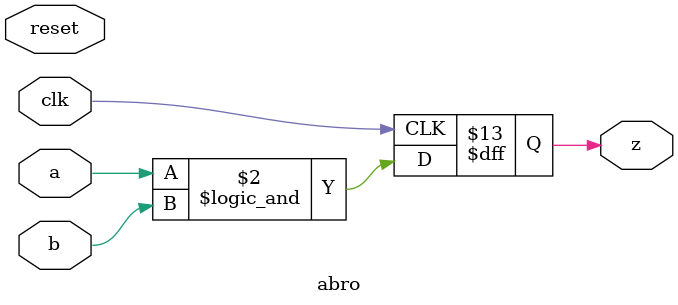
<source format=v>
module abro(
input clk,
input reset,
input a,
input b,
output z );
parameter IDLE = 0,
SA = 1,
SB = 2,
SAB = 3;
reg [1:0] cur_state,next_state;
// The output z is high when 1 is received for signals a and b in any order.
// If cur_state is IDLE and a and b are both high, state changes to SAB
// If cur_state is IDLE, and a is high, state changes to SA
// If cur_state is IDLE, and b is high, state changes to SB
// If cur_state is SA, and b is high, state changes to SAB
// If cur_state is SB, and a is high, state changes to SAB
// If cur_state is SAB, state changes to IDLE
// z is assigned one when cur_state is SAB
always @(posedge clk)
z <= (a && b);

always @(posedge clk)
cur_state <= IDLE;

always @(posedge clk)
next_state <= (cur_state == IDLE) ? SAB : (cur_state == SA) ? SA : (cur_state == SB) ? SB : IDLE;

endmodule

</source>
